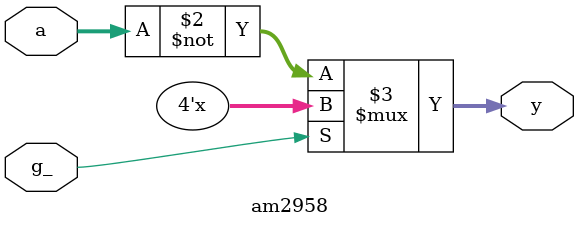
<source format=v>


module am2958(a, y, g_);
parameter WIDTH=4;
input [WIDTH-1:0] a;
output [WIDTH-1:0] y;
input g_;

assign y = (g_==1'b0) ? ~a : {WIDTH{1'bz}};
endmodule

</source>
